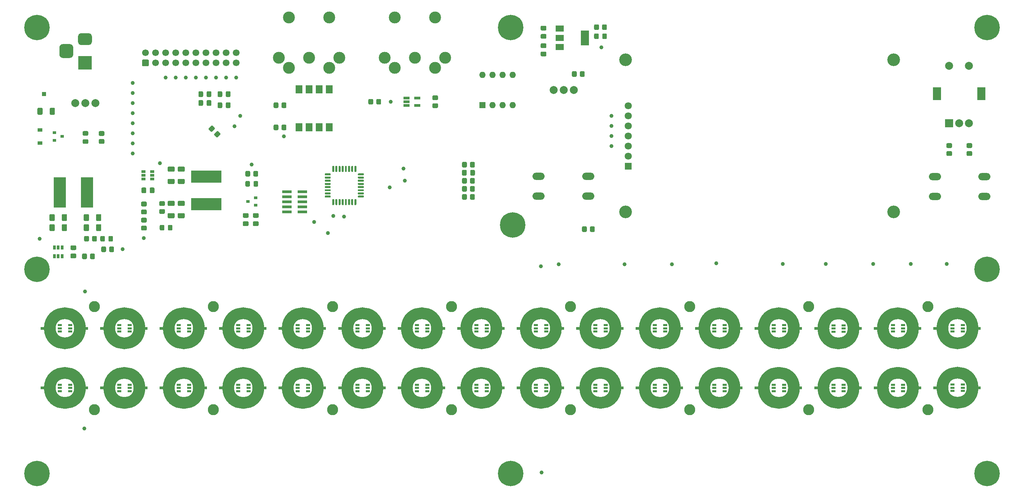
<source format=gbr>
%TF.GenerationSoftware,KiCad,Pcbnew,(5.1.8-0-10_14)*%
%TF.CreationDate,2021-06-09T19:28:07+01:00*%
%TF.ProjectId,BassStation_Sequencer_MidiInterface,42617373-5374-4617-9469-6f6e5f536571,A*%
%TF.SameCoordinates,Original*%
%TF.FileFunction,Soldermask,Top*%
%TF.FilePolarity,Negative*%
%FSLAX46Y46*%
G04 Gerber Fmt 4.6, Leading zero omitted, Abs format (unit mm)*
G04 Created by KiCad (PCBNEW (5.1.8-0-10_14)) date 2021-06-09 19:28:07*
%MOMM*%
%LPD*%
G01*
G04 APERTURE LIST*
%ADD10C,3.000000*%
%ADD11C,1.800000*%
%ADD12C,3.200000*%
%ADD13R,1.800000X1.800000*%
%ADD14R,1.000000X0.500000*%
%ADD15R,1.000000X0.650000*%
%ADD16C,0.800000*%
%ADD17C,6.400000*%
%ADD18C,1.000000*%
%ADD19R,0.900000X0.800000*%
%ADD20R,1.200000X0.900000*%
%ADD21C,2.000000*%
%ADD22O,3.048000X1.850000*%
%ADD23O,1.600000X1.600000*%
%ADD24R,1.600000X1.600000*%
%ADD25C,1.700000*%
%ADD26C,2.800000*%
%ADD27R,1.780000X2.000000*%
%ADD28R,1.560000X0.650000*%
%ADD29R,2.000000X1.500000*%
%ADD30R,2.000000X3.800000*%
%ADD31R,1.060000X0.650000*%
%ADD32R,0.650000X1.060000*%
%ADD33R,1.000000X1.000000*%
%ADD34R,2.000000X2.000000*%
%ADD35R,2.000000X3.200000*%
%ADD36R,7.700000X3.100000*%
%ADD37R,3.100000X7.700000*%
%ADD38R,2.400000X0.740000*%
%ADD39R,3.500000X3.500000*%
%ADD40C,3.000000*%
G04 APERTURE END LIST*
D10*
%TO.C,U16*%
X322112800Y-191109600D02*
G75*
G03*
X322112800Y-191109600I-3800000J0D01*
G01*
%TO.C,U15*%
X307101400Y-191135000D02*
G75*
G03*
X307101400Y-191135000I-3800000J0D01*
G01*
%TO.C,U32*%
X322112800Y-176123600D02*
G75*
G03*
X322112800Y-176123600I-3800000J0D01*
G01*
%TO.C,U31*%
X307101400Y-176123600D02*
G75*
G03*
X307101400Y-176123600I-3800000J0D01*
G01*
%TO.C,U30*%
X292115400Y-176149000D02*
G75*
G03*
X292115400Y-176149000I-3800000J0D01*
G01*
%TO.C,U14*%
X292115400Y-191135000D02*
G75*
G03*
X292115400Y-191135000I-3800000J0D01*
G01*
%TO.C,U13*%
X277104000Y-191135000D02*
G75*
G03*
X277104000Y-191135000I-3800000J0D01*
G01*
%TO.C,U29*%
X277104000Y-176123600D02*
G75*
G03*
X277104000Y-176123600I-3800000J0D01*
G01*
%TO.C,U12*%
X262118000Y-191135000D02*
G75*
G03*
X262118000Y-191135000I-3800000J0D01*
G01*
%TO.C,U28*%
X262118000Y-176123600D02*
G75*
G03*
X262118000Y-176123600I-3800000J0D01*
G01*
%TO.C,U27*%
X247106600Y-176123600D02*
G75*
G03*
X247106600Y-176123600I-3800000J0D01*
G01*
%TO.C,U11*%
X247106600Y-191135000D02*
G75*
G03*
X247106600Y-191135000I-3800000J0D01*
G01*
%TO.C,U10*%
X232120600Y-191135000D02*
G75*
G03*
X232120600Y-191135000I-3800000J0D01*
G01*
%TO.C,U26*%
X232120600Y-176123600D02*
G75*
G03*
X232120600Y-176123600I-3800000J0D01*
G01*
%TO.C,U9*%
X217109200Y-191135000D02*
G75*
G03*
X217109200Y-191135000I-3800000J0D01*
G01*
%TO.C,U25*%
X217109200Y-176123600D02*
G75*
G03*
X217109200Y-176123600I-3800000J0D01*
G01*
%TO.C,U24*%
X202123200Y-176123600D02*
G75*
G03*
X202123200Y-176123600I-3800000J0D01*
G01*
%TO.C,U8*%
X202123200Y-191160400D02*
G75*
G03*
X202123200Y-191160400I-3800000J0D01*
G01*
%TO.C,U7*%
X187137200Y-191160400D02*
G75*
G03*
X187137200Y-191160400I-3800000J0D01*
G01*
%TO.C,U23*%
X187137200Y-176123600D02*
G75*
G03*
X187137200Y-176123600I-3800000J0D01*
G01*
%TO.C,U6*%
X172151200Y-191160400D02*
G75*
G03*
X172151200Y-191160400I-3800000J0D01*
G01*
%TO.C,U22*%
X172151200Y-176123600D02*
G75*
G03*
X172151200Y-176123600I-3800000J0D01*
G01*
%TO.C,U21*%
X157114400Y-176123600D02*
G75*
G03*
X157114400Y-176123600I-3800000J0D01*
G01*
%TO.C,U5*%
X157114400Y-191160400D02*
G75*
G03*
X157114400Y-191160400I-3800000J0D01*
G01*
%TO.C,U4*%
X142128400Y-191160400D02*
G75*
G03*
X142128400Y-191160400I-3800000J0D01*
G01*
%TO.C,U20*%
X142128400Y-176123600D02*
G75*
G03*
X142128400Y-176123600I-3800000J0D01*
G01*
%TO.C,U19*%
X127142400Y-176123600D02*
G75*
G03*
X127142400Y-176123600I-3800000J0D01*
G01*
%TO.C,U3*%
X127142400Y-191160400D02*
G75*
G03*
X127142400Y-191160400I-3800000J0D01*
G01*
%TO.C,U2*%
X112156400Y-191160400D02*
G75*
G03*
X112156400Y-191160400I-3800000J0D01*
G01*
%TO.C,U18*%
X112156400Y-176123600D02*
G75*
G03*
X112156400Y-176123600I-3800000J0D01*
G01*
%TO.C,U1*%
X97170400Y-191160400D02*
G75*
G03*
X97170400Y-191160400I-3800000J0D01*
G01*
%TO.C,U17*%
X97170400Y-176123600D02*
G75*
G03*
X97170400Y-176123600I-3800000J0D01*
G01*
%TD*%
D11*
%TO.C,J8*%
X235331000Y-120015000D03*
X235331000Y-122555000D03*
D12*
X302260000Y-108458000D03*
X302260000Y-146812000D03*
X234696000Y-146748500D03*
X234696000Y-108458000D03*
D13*
X235331000Y-135255000D03*
D11*
X235331000Y-132715000D03*
X235331000Y-130175000D03*
X235331000Y-127635000D03*
X235331000Y-125095000D03*
%TD*%
D14*
%TO.C,U16*%
X319646300Y-191935100D03*
X319646300Y-191135000D03*
X319646300Y-190334900D03*
X317042800Y-191935100D03*
X317042800Y-191135000D03*
X317042800Y-190334900D03*
D15*
X312724800Y-191109600D03*
X323646800Y-191109600D03*
%TD*%
D14*
%TO.C,U15*%
X304634900Y-191960500D03*
X304634900Y-191160400D03*
X304634900Y-190360300D03*
X302031400Y-191960500D03*
X302031400Y-191160400D03*
X302031400Y-190360300D03*
D15*
X297713400Y-191135000D03*
X308635400Y-191135000D03*
%TD*%
D14*
%TO.C,U32*%
X319646300Y-176949100D03*
X319646300Y-176149000D03*
X319646300Y-175348900D03*
X317042800Y-176949100D03*
X317042800Y-176149000D03*
X317042800Y-175348900D03*
D15*
X312724800Y-176123600D03*
X323646800Y-176123600D03*
%TD*%
D14*
%TO.C,U31*%
X304634900Y-176949100D03*
X304634900Y-176149000D03*
X304634900Y-175348900D03*
X302031400Y-176949100D03*
X302031400Y-176149000D03*
X302031400Y-175348900D03*
D15*
X297713400Y-176123600D03*
X308635400Y-176123600D03*
%TD*%
D14*
%TO.C,U30*%
X289648900Y-176974500D03*
X289648900Y-176174400D03*
X289648900Y-175374300D03*
X287045400Y-176974500D03*
X287045400Y-176174400D03*
X287045400Y-175374300D03*
D15*
X282727400Y-176149000D03*
X293649400Y-176149000D03*
%TD*%
D14*
%TO.C,U14*%
X289648900Y-191960500D03*
X289648900Y-191160400D03*
X289648900Y-190360300D03*
X287045400Y-191960500D03*
X287045400Y-191160400D03*
X287045400Y-190360300D03*
D15*
X282727400Y-191135000D03*
X293649400Y-191135000D03*
%TD*%
D14*
%TO.C,U13*%
X274637500Y-191960500D03*
X274637500Y-191160400D03*
X274637500Y-190360300D03*
X272034000Y-191960500D03*
X272034000Y-191160400D03*
X272034000Y-190360300D03*
D15*
X267716000Y-191135000D03*
X278638000Y-191135000D03*
%TD*%
D14*
%TO.C,U29*%
X274637500Y-176949100D03*
X274637500Y-176149000D03*
X274637500Y-175348900D03*
X272034000Y-176949100D03*
X272034000Y-176149000D03*
X272034000Y-175348900D03*
D15*
X267716000Y-176123600D03*
X278638000Y-176123600D03*
%TD*%
D14*
%TO.C,U12*%
X259651500Y-191960500D03*
X259651500Y-191160400D03*
X259651500Y-190360300D03*
X257048000Y-191960500D03*
X257048000Y-191160400D03*
X257048000Y-190360300D03*
D15*
X252730000Y-191135000D03*
X263652000Y-191135000D03*
%TD*%
D14*
%TO.C,U28*%
X259651500Y-176949100D03*
X259651500Y-176149000D03*
X259651500Y-175348900D03*
X257048000Y-176949100D03*
X257048000Y-176149000D03*
X257048000Y-175348900D03*
D15*
X252730000Y-176123600D03*
X263652000Y-176123600D03*
%TD*%
D14*
%TO.C,U27*%
X244640100Y-176949100D03*
X244640100Y-176149000D03*
X244640100Y-175348900D03*
X242036600Y-176949100D03*
X242036600Y-176149000D03*
X242036600Y-175348900D03*
D15*
X237718600Y-176123600D03*
X248640600Y-176123600D03*
%TD*%
D14*
%TO.C,U11*%
X244640100Y-191960500D03*
X244640100Y-191160400D03*
X244640100Y-190360300D03*
X242036600Y-191960500D03*
X242036600Y-191160400D03*
X242036600Y-190360300D03*
D15*
X237718600Y-191135000D03*
X248640600Y-191135000D03*
%TD*%
D14*
%TO.C,U10*%
X229654100Y-191960500D03*
X229654100Y-191160400D03*
X229654100Y-190360300D03*
X227050600Y-191960500D03*
X227050600Y-191160400D03*
X227050600Y-190360300D03*
D15*
X222732600Y-191135000D03*
X233654600Y-191135000D03*
%TD*%
D14*
%TO.C,U26*%
X229654100Y-176949100D03*
X229654100Y-176149000D03*
X229654100Y-175348900D03*
X227050600Y-176949100D03*
X227050600Y-176149000D03*
X227050600Y-175348900D03*
D15*
X222732600Y-176123600D03*
X233654600Y-176123600D03*
%TD*%
D14*
%TO.C,U9*%
X214642700Y-191960500D03*
X214642700Y-191160400D03*
X214642700Y-190360300D03*
X212039200Y-191960500D03*
X212039200Y-191160400D03*
X212039200Y-190360300D03*
D15*
X207721200Y-191135000D03*
X218643200Y-191135000D03*
%TD*%
D14*
%TO.C,U25*%
X214642700Y-176949100D03*
X214642700Y-176149000D03*
X214642700Y-175348900D03*
X212039200Y-176949100D03*
X212039200Y-176149000D03*
X212039200Y-175348900D03*
D15*
X207721200Y-176123600D03*
X218643200Y-176123600D03*
%TD*%
D14*
%TO.C,U24*%
X199656700Y-176949100D03*
X199656700Y-176149000D03*
X199656700Y-175348900D03*
X197053200Y-176949100D03*
X197053200Y-176149000D03*
X197053200Y-175348900D03*
D15*
X192735200Y-176123600D03*
X203657200Y-176123600D03*
%TD*%
D14*
%TO.C,U8*%
X199656700Y-191985900D03*
X199656700Y-191185800D03*
X199656700Y-190385700D03*
X197053200Y-191985900D03*
X197053200Y-191185800D03*
X197053200Y-190385700D03*
D15*
X192735200Y-191160400D03*
X203657200Y-191160400D03*
%TD*%
D14*
%TO.C,U7*%
X184670700Y-191985900D03*
X184670700Y-191185800D03*
X184670700Y-190385700D03*
X182067200Y-191985900D03*
X182067200Y-191185800D03*
X182067200Y-190385700D03*
D15*
X177749200Y-191160400D03*
X188671200Y-191160400D03*
%TD*%
D14*
%TO.C,U23*%
X184670700Y-176949100D03*
X184670700Y-176149000D03*
X184670700Y-175348900D03*
X182067200Y-176949100D03*
X182067200Y-176149000D03*
X182067200Y-175348900D03*
D15*
X177749200Y-176123600D03*
X188671200Y-176123600D03*
%TD*%
D14*
%TO.C,U6*%
X169684700Y-191985900D03*
X169684700Y-191185800D03*
X169684700Y-190385700D03*
X167081200Y-191985900D03*
X167081200Y-191185800D03*
X167081200Y-190385700D03*
D15*
X162763200Y-191160400D03*
X173685200Y-191160400D03*
%TD*%
D14*
%TO.C,U22*%
X169684700Y-176949100D03*
X169684700Y-176149000D03*
X169684700Y-175348900D03*
X167081200Y-176949100D03*
X167081200Y-176149000D03*
X167081200Y-175348900D03*
D15*
X162763200Y-176123600D03*
X173685200Y-176123600D03*
%TD*%
D14*
%TO.C,U21*%
X154647900Y-176949100D03*
X154647900Y-176149000D03*
X154647900Y-175348900D03*
X152044400Y-176949100D03*
X152044400Y-176149000D03*
X152044400Y-175348900D03*
D15*
X147726400Y-176123600D03*
X158648400Y-176123600D03*
%TD*%
D14*
%TO.C,U5*%
X154647900Y-191985900D03*
X154647900Y-191185800D03*
X154647900Y-190385700D03*
X152044400Y-191985900D03*
X152044400Y-191185800D03*
X152044400Y-190385700D03*
D15*
X147726400Y-191160400D03*
X158648400Y-191160400D03*
%TD*%
D14*
%TO.C,U4*%
X139661900Y-191985900D03*
X139661900Y-191185800D03*
X139661900Y-190385700D03*
X137058400Y-191985900D03*
X137058400Y-191185800D03*
X137058400Y-190385700D03*
D15*
X132740400Y-191160400D03*
X143662400Y-191160400D03*
%TD*%
D14*
%TO.C,U20*%
X139661900Y-176949100D03*
X139661900Y-176149000D03*
X139661900Y-175348900D03*
X137058400Y-176949100D03*
X137058400Y-176149000D03*
X137058400Y-175348900D03*
D15*
X132740400Y-176123600D03*
X143662400Y-176123600D03*
%TD*%
D14*
%TO.C,U19*%
X124675900Y-176949100D03*
X124675900Y-176149000D03*
X124675900Y-175348900D03*
X122072400Y-176949100D03*
X122072400Y-176149000D03*
X122072400Y-175348900D03*
D15*
X117754400Y-176123600D03*
X128676400Y-176123600D03*
%TD*%
D14*
%TO.C,U3*%
X124675900Y-191985900D03*
X124675900Y-191185800D03*
X124675900Y-190385700D03*
X122072400Y-191985900D03*
X122072400Y-191185800D03*
X122072400Y-190385700D03*
D15*
X117754400Y-191160400D03*
X128676400Y-191160400D03*
%TD*%
D14*
%TO.C,U2*%
X109689900Y-191985900D03*
X109689900Y-191185800D03*
X109689900Y-190385700D03*
X107086400Y-191985900D03*
X107086400Y-191185800D03*
X107086400Y-190385700D03*
D15*
X102768400Y-191160400D03*
X113690400Y-191160400D03*
%TD*%
D14*
%TO.C,U18*%
X109689900Y-176949100D03*
X109689900Y-176149000D03*
X109689900Y-175348900D03*
X107086400Y-176949100D03*
X107086400Y-176149000D03*
X107086400Y-175348900D03*
D15*
X102768400Y-176123600D03*
X113690400Y-176123600D03*
%TD*%
D14*
%TO.C,U1*%
X94703900Y-191985900D03*
X94703900Y-191185800D03*
X94703900Y-190385700D03*
X92100400Y-191985900D03*
X92100400Y-191185800D03*
X92100400Y-190385700D03*
D15*
X87782400Y-191160400D03*
X98704400Y-191160400D03*
%TD*%
D14*
%TO.C,U17*%
X94703900Y-176949100D03*
X94703900Y-176149000D03*
X94703900Y-175348900D03*
X92100400Y-176949100D03*
X92100400Y-176149000D03*
X92100400Y-175348900D03*
D15*
X87782400Y-176123600D03*
X98704400Y-176123600D03*
%TD*%
%TO.C,R5*%
G36*
G01*
X87746000Y-120787000D02*
X87746000Y-122037000D01*
G75*
G02*
X87496000Y-122287000I-250000J0D01*
G01*
X86696000Y-122287000D01*
G75*
G02*
X86446000Y-122037000I0J250000D01*
G01*
X86446000Y-120787000D01*
G75*
G02*
X86696000Y-120537000I250000J0D01*
G01*
X87496000Y-120537000D01*
G75*
G02*
X87746000Y-120787000I0J-250000D01*
G01*
G37*
G36*
G01*
X90846000Y-120787000D02*
X90846000Y-122037000D01*
G75*
G02*
X90596000Y-122287000I-250000J0D01*
G01*
X89796000Y-122287000D01*
G75*
G02*
X89546000Y-122037000I0J250000D01*
G01*
X89546000Y-120787000D01*
G75*
G02*
X89796000Y-120537000I250000J0D01*
G01*
X90596000Y-120537000D01*
G75*
G02*
X90846000Y-120787000I0J-250000D01*
G01*
G37*
%TD*%
D16*
%TO.C,REF\u002A\u002A*%
X327452056Y-159592944D03*
X325755000Y-158890000D03*
X324057944Y-159592944D03*
X323355000Y-161290000D03*
X324057944Y-162987056D03*
X325755000Y-163690000D03*
X327452056Y-162987056D03*
X328155000Y-161290000D03*
D17*
X325755000Y-161290000D03*
%TD*%
D16*
%TO.C,REF\u002A\u002A*%
X88057056Y-159592944D03*
X86360000Y-158890000D03*
X84662944Y-159592944D03*
X83960000Y-161290000D03*
X84662944Y-162987056D03*
X86360000Y-163690000D03*
X88057056Y-162987056D03*
X88760000Y-161290000D03*
D17*
X86360000Y-161290000D03*
%TD*%
%TO.C,R13*%
G36*
G01*
X102165999Y-128416000D02*
X103066001Y-128416000D01*
G75*
G02*
X103316000Y-128665999I0J-249999D01*
G01*
X103316000Y-129366001D01*
G75*
G02*
X103066001Y-129616000I-249999J0D01*
G01*
X102165999Y-129616000D01*
G75*
G02*
X101916000Y-129366001I0J249999D01*
G01*
X101916000Y-128665999D01*
G75*
G02*
X102165999Y-128416000I249999J0D01*
G01*
G37*
G36*
G01*
X102165999Y-126416000D02*
X103066001Y-126416000D01*
G75*
G02*
X103316000Y-126665999I0J-249999D01*
G01*
X103316000Y-127366001D01*
G75*
G02*
X103066001Y-127616000I-249999J0D01*
G01*
X102165999Y-127616000D01*
G75*
G02*
X101916000Y-127366001I0J249999D01*
G01*
X101916000Y-126665999D01*
G75*
G02*
X102165999Y-126416000I249999J0D01*
G01*
G37*
%TD*%
%TO.C,D7*%
G36*
G01*
X98101999Y-128466000D02*
X99002001Y-128466000D01*
G75*
G02*
X99252000Y-128715999I0J-249999D01*
G01*
X99252000Y-129366001D01*
G75*
G02*
X99002001Y-129616000I-249999J0D01*
G01*
X98101999Y-129616000D01*
G75*
G02*
X97852000Y-129366001I0J249999D01*
G01*
X97852000Y-128715999D01*
G75*
G02*
X98101999Y-128466000I249999J0D01*
G01*
G37*
G36*
G01*
X98101999Y-126416000D02*
X99002001Y-126416000D01*
G75*
G02*
X99252000Y-126665999I0J-249999D01*
G01*
X99252000Y-127316001D01*
G75*
G02*
X99002001Y-127566000I-249999J0D01*
G01*
X98101999Y-127566000D01*
G75*
G02*
X97852000Y-127316001I0J249999D01*
G01*
X97852000Y-126665999D01*
G75*
G02*
X98101999Y-126416000I249999J0D01*
G01*
G37*
%TD*%
D18*
%TO.C,TP33*%
X110490000Y-129540000D03*
%TD*%
D19*
%TO.C,Q1*%
X92694000Y-127762000D03*
X90694000Y-128712000D03*
X90694000Y-126812000D03*
%TD*%
D20*
%TO.C,D1*%
X87122000Y-126112000D03*
X87122000Y-129412000D03*
%TD*%
D21*
%TO.C,SW3*%
X96012000Y-119380000D03*
X101092000Y-119380000D03*
X98552000Y-119380000D03*
%TD*%
D18*
%TO.C,TP49*%
X118745000Y-112903000D03*
%TD*%
%TO.C,TP48*%
X121285000Y-112903000D03*
%TD*%
%TO.C,TP47*%
X123825000Y-112903000D03*
%TD*%
%TO.C,TP46*%
X126365000Y-112903000D03*
%TD*%
%TO.C,TP45*%
X128905000Y-112903000D03*
%TD*%
%TO.C,TP44*%
X131445000Y-112903000D03*
%TD*%
%TO.C,TP43*%
X133985000Y-112903000D03*
%TD*%
%TO.C,TP42*%
X136144000Y-125222000D03*
%TD*%
%TO.C,TP41*%
X136525000Y-112903000D03*
%TD*%
%TO.C,TP40*%
X137541000Y-122555000D03*
%TD*%
%TO.C,TP39*%
X110490000Y-114300000D03*
%TD*%
%TO.C,TP38*%
X110490000Y-116840000D03*
%TD*%
%TO.C,TP37*%
X110490000Y-119380000D03*
%TD*%
%TO.C,TP36*%
X110490000Y-121920000D03*
%TD*%
%TO.C,TP35*%
X110490000Y-124460000D03*
%TD*%
%TO.C,TP34*%
X110490000Y-127000000D03*
%TD*%
%TO.C,TP32*%
X110490000Y-132080000D03*
%TD*%
%TO.C,TP31*%
X297053000Y-159893000D03*
%TD*%
%TO.C,TP30*%
X285115000Y-159893000D03*
%TD*%
%TO.C,TP29*%
X274320000Y-159893000D03*
%TD*%
%TO.C,TP28*%
X257556000Y-159766000D03*
%TD*%
%TO.C,TP27*%
X246380000Y-160020000D03*
%TD*%
%TO.C,TP26*%
X234442000Y-160020000D03*
%TD*%
%TO.C,TP25*%
X217805000Y-160020000D03*
%TD*%
%TO.C,TP24*%
X213360000Y-160528000D03*
%TD*%
%TO.C,TP23*%
X175260000Y-140589000D03*
%TD*%
%TO.C,TP22*%
X179070000Y-138938000D03*
%TD*%
%TO.C,TP21*%
X178689000Y-135890000D03*
%TD*%
%TO.C,TP20*%
X306578000Y-159893000D03*
%TD*%
%TO.C,TP19*%
X98425000Y-166878000D03*
%TD*%
%TO.C,TP18*%
X315595000Y-159893000D03*
%TD*%
%TO.C,TP17*%
X98298000Y-201422000D03*
%TD*%
%TO.C,TP16*%
X213487000Y-212471000D03*
%TD*%
%TO.C,TP15*%
X161036000Y-147828000D03*
%TD*%
%TO.C,TP13*%
X156210000Y-149352000D03*
%TD*%
%TO.C,TP11*%
X163703000Y-147955000D03*
%TD*%
%TO.C,TP10*%
X159639000Y-152146000D03*
%TD*%
D16*
%TO.C,REF\u002A\u002A*%
X207945056Y-148416944D03*
X206248000Y-147714000D03*
X204550944Y-148416944D03*
X203848000Y-150114000D03*
X204550944Y-151811056D03*
X206248000Y-152514000D03*
X207945056Y-151811056D03*
X208648000Y-150114000D03*
D17*
X206248000Y-150114000D03*
%TD*%
%TO.C,REF\u002A\u002A*%
X205740000Y-212725000D03*
D16*
X208140000Y-212725000D03*
X207437056Y-214422056D03*
X205740000Y-215125000D03*
X204042944Y-214422056D03*
X203340000Y-212725000D03*
X204042944Y-211027944D03*
X205740000Y-210325000D03*
X207437056Y-211027944D03*
%TD*%
%TO.C,R2*%
G36*
G01*
X187140001Y-118599000D02*
X186239999Y-118599000D01*
G75*
G02*
X185990000Y-118349001I0J249999D01*
G01*
X185990000Y-117648999D01*
G75*
G02*
X186239999Y-117399000I249999J0D01*
G01*
X187140001Y-117399000D01*
G75*
G02*
X187390000Y-117648999I0J-249999D01*
G01*
X187390000Y-118349001D01*
G75*
G02*
X187140001Y-118599000I-249999J0D01*
G01*
G37*
G36*
G01*
X187140001Y-120599000D02*
X186239999Y-120599000D01*
G75*
G02*
X185990000Y-120349001I0J249999D01*
G01*
X185990000Y-119648999D01*
G75*
G02*
X186239999Y-119399000I249999J0D01*
G01*
X187140001Y-119399000D01*
G75*
G02*
X187390000Y-119648999I0J-249999D01*
G01*
X187390000Y-120349001D01*
G75*
G02*
X187140001Y-120599000I-249999J0D01*
G01*
G37*
%TD*%
D17*
%TO.C,REF\u002A\u002A*%
X86360000Y-100330000D03*
D16*
X88760000Y-100330000D03*
X88057056Y-102027056D03*
X86360000Y-102730000D03*
X84662944Y-102027056D03*
X83960000Y-100330000D03*
X84662944Y-98632944D03*
X86360000Y-97930000D03*
X88057056Y-98632944D03*
%TD*%
D17*
%TO.C,REF\u002A\u002A*%
X205740000Y-100330000D03*
D16*
X208140000Y-100330000D03*
X207437056Y-102027056D03*
X205740000Y-102730000D03*
X204042944Y-102027056D03*
X203340000Y-100330000D03*
X204042944Y-98632944D03*
X205740000Y-97930000D03*
X207437056Y-98632944D03*
%TD*%
D17*
%TO.C,REF\u002A\u002A*%
X86360000Y-212725000D03*
D16*
X88760000Y-212725000D03*
X88057056Y-214422056D03*
X86360000Y-215125000D03*
X84662944Y-214422056D03*
X83960000Y-212725000D03*
X84662944Y-211027944D03*
X86360000Y-210325000D03*
X88057056Y-211027944D03*
%TD*%
%TO.C,REF\u002A\u002A*%
X327452056Y-211027944D03*
X325755000Y-210325000D03*
X324057944Y-211027944D03*
X323355000Y-212725000D03*
X324057944Y-214422056D03*
X325755000Y-215125000D03*
X327452056Y-214422056D03*
X328155000Y-212725000D03*
D17*
X325755000Y-212725000D03*
%TD*%
D16*
%TO.C,REF\u002A\u002A*%
X327452056Y-98632944D03*
X325755000Y-97930000D03*
X324057944Y-98632944D03*
X323355000Y-100330000D03*
X324057944Y-102027056D03*
X325755000Y-102730000D03*
X327452056Y-102027056D03*
X328155000Y-100330000D03*
D17*
X325755000Y-100330000D03*
%TD*%
D22*
%TO.C,SW5*%
X212725000Y-142795000D03*
X212725000Y-137795000D03*
X225225000Y-142795000D03*
X225225000Y-137795000D03*
%TD*%
D23*
%TO.C,SW4*%
X198628000Y-112268000D03*
X206248000Y-119888000D03*
X201168000Y-112268000D03*
X203708000Y-119888000D03*
X203708000Y-112268000D03*
X201168000Y-119888000D03*
X206248000Y-112268000D03*
D24*
X198628000Y-119888000D03*
%TD*%
D21*
%TO.C,SW2*%
X216535000Y-116078000D03*
X221615000Y-116078000D03*
X219075000Y-116078000D03*
%TD*%
%TO.C,R30*%
G36*
G01*
X223158000Y-112464001D02*
X223158000Y-111563999D01*
G75*
G02*
X223407999Y-111314000I249999J0D01*
G01*
X224108001Y-111314000D01*
G75*
G02*
X224358000Y-111563999I0J-249999D01*
G01*
X224358000Y-112464001D01*
G75*
G02*
X224108001Y-112714000I-249999J0D01*
G01*
X223407999Y-112714000D01*
G75*
G02*
X223158000Y-112464001I0J249999D01*
G01*
G37*
G36*
G01*
X221158000Y-112464001D02*
X221158000Y-111563999D01*
G75*
G02*
X221407999Y-111314000I249999J0D01*
G01*
X222108001Y-111314000D01*
G75*
G02*
X222358000Y-111563999I0J-249999D01*
G01*
X222358000Y-112464001D01*
G75*
G02*
X222108001Y-112714000I-249999J0D01*
G01*
X221407999Y-112714000D01*
G75*
G02*
X221158000Y-112464001I0J249999D01*
G01*
G37*
%TD*%
%TO.C,R20*%
G36*
G01*
X224898000Y-150679999D02*
X224898000Y-151580001D01*
G75*
G02*
X224648001Y-151830000I-249999J0D01*
G01*
X223947999Y-151830000D01*
G75*
G02*
X223698000Y-151580001I0J249999D01*
G01*
X223698000Y-150679999D01*
G75*
G02*
X223947999Y-150430000I249999J0D01*
G01*
X224648001Y-150430000D01*
G75*
G02*
X224898000Y-150679999I0J-249999D01*
G01*
G37*
G36*
G01*
X226898000Y-150679999D02*
X226898000Y-151580001D01*
G75*
G02*
X226648001Y-151830000I-249999J0D01*
G01*
X225947999Y-151830000D01*
G75*
G02*
X225698000Y-151580001I0J249999D01*
G01*
X225698000Y-150679999D01*
G75*
G02*
X225947999Y-150430000I249999J0D01*
G01*
X226648001Y-150430000D01*
G75*
G02*
X226898000Y-150679999I0J-249999D01*
G01*
G37*
%TD*%
D22*
%TO.C,SW7*%
X325120000Y-137875000D03*
X325120000Y-142875000D03*
X312620000Y-137875000D03*
X312620000Y-142875000D03*
%TD*%
D25*
%TO.C,J4*%
X136525000Y-106680000D03*
X133985000Y-106680000D03*
X131445000Y-106680000D03*
X128905000Y-106680000D03*
X126365000Y-106680000D03*
X123825000Y-106680000D03*
X121285000Y-106680000D03*
X118745000Y-106680000D03*
X116205000Y-106680000D03*
X113665000Y-106680000D03*
X136525000Y-109220000D03*
X133985000Y-109220000D03*
X131445000Y-109220000D03*
X128905000Y-109220000D03*
X126365000Y-109220000D03*
X123825000Y-109220000D03*
X121285000Y-109220000D03*
X118745000Y-109220000D03*
X116205000Y-109220000D03*
G36*
G01*
X114265000Y-110070000D02*
X113065000Y-110070000D01*
G75*
G02*
X112815000Y-109820000I0J250000D01*
G01*
X112815000Y-108620000D01*
G75*
G02*
X113065000Y-108370000I250000J0D01*
G01*
X114265000Y-108370000D01*
G75*
G02*
X114515000Y-108620000I0J-250000D01*
G01*
X114515000Y-109820000D01*
G75*
G02*
X114265000Y-110070000I-250000J0D01*
G01*
G37*
%TD*%
D26*
%TO.C,REF\u002A\u002A*%
X310845200Y-196621400D03*
%TD*%
%TO.C,REF\u002A\u002A*%
X280809700Y-196621400D03*
%TD*%
%TO.C,REF\u002A\u002A*%
X250837700Y-196621400D03*
%TD*%
%TO.C,REF\u002A\u002A*%
X220802200Y-196621400D03*
%TD*%
%TO.C,REF\u002A\u002A*%
X190830200Y-196621400D03*
%TD*%
%TO.C,REF\u002A\u002A*%
X160845500Y-196659500D03*
%TD*%
%TO.C,REF\u002A\u002A*%
X130810000Y-196659500D03*
%TD*%
%TO.C,REF\u002A\u002A*%
X100838000Y-196659500D03*
%TD*%
%TO.C,REF\u002A\u002A*%
X100838000Y-170624500D03*
%TD*%
%TO.C,REF\u002A\u002A*%
X130810000Y-170624500D03*
%TD*%
%TO.C,REF\u002A\u002A*%
X160845500Y-170624500D03*
%TD*%
%TO.C,REF\u002A\u002A*%
X190817500Y-170624500D03*
%TD*%
%TO.C,REF\u002A\u002A*%
X220789500Y-170624500D03*
%TD*%
%TO.C,REF\u002A\u002A*%
X250825000Y-170624500D03*
%TD*%
%TO.C,REF\u002A\u002A*%
X280797000Y-170624500D03*
%TD*%
%TO.C,REF\u002A\u002A*%
X310832500Y-170624500D03*
%TD*%
D27*
%TO.C,U43*%
X160020000Y-125415000D03*
X152400000Y-115885000D03*
X157480000Y-125415000D03*
X154940000Y-115885000D03*
X154940000Y-125415000D03*
X157480000Y-115885000D03*
X152400000Y-125415000D03*
X160020000Y-115885000D03*
%TD*%
D28*
%TO.C,U42*%
X182198000Y-118049000D03*
X182198000Y-119949000D03*
X179498000Y-119949000D03*
X179498000Y-118999000D03*
X179498000Y-118049000D03*
%TD*%
D29*
%TO.C,U41*%
X218110800Y-100588600D03*
X218110800Y-105188600D03*
X218110800Y-102888600D03*
D30*
X224410800Y-102888600D03*
%TD*%
D19*
%TO.C,U40*%
X139462000Y-144145000D03*
X141462000Y-143195000D03*
X141462000Y-145095000D03*
%TD*%
D31*
%TO.C,U39*%
X115400000Y-138491000D03*
X115400000Y-137541000D03*
X115400000Y-136591000D03*
X113200000Y-136591000D03*
X113200000Y-138491000D03*
X113200000Y-137541000D03*
%TD*%
D32*
%TO.C,U38*%
X91694000Y-157945000D03*
X92644000Y-157945000D03*
X90744000Y-157945000D03*
X90744000Y-155745000D03*
X91694000Y-155745000D03*
X92644000Y-155745000D03*
%TD*%
%TO.C,U33*%
G36*
G01*
X160232600Y-143170200D02*
X158982600Y-143170200D01*
G75*
G02*
X158857600Y-143045200I0J125000D01*
G01*
X158857600Y-142795200D01*
G75*
G02*
X158982600Y-142670200I125000J0D01*
G01*
X160232600Y-142670200D01*
G75*
G02*
X160357600Y-142795200I0J-125000D01*
G01*
X160357600Y-143045200D01*
G75*
G02*
X160232600Y-143170200I-125000J0D01*
G01*
G37*
G36*
G01*
X160232600Y-142370200D02*
X158982600Y-142370200D01*
G75*
G02*
X158857600Y-142245200I0J125000D01*
G01*
X158857600Y-141995200D01*
G75*
G02*
X158982600Y-141870200I125000J0D01*
G01*
X160232600Y-141870200D01*
G75*
G02*
X160357600Y-141995200I0J-125000D01*
G01*
X160357600Y-142245200D01*
G75*
G02*
X160232600Y-142370200I-125000J0D01*
G01*
G37*
G36*
G01*
X160232600Y-141570200D02*
X158982600Y-141570200D01*
G75*
G02*
X158857600Y-141445200I0J125000D01*
G01*
X158857600Y-141195200D01*
G75*
G02*
X158982600Y-141070200I125000J0D01*
G01*
X160232600Y-141070200D01*
G75*
G02*
X160357600Y-141195200I0J-125000D01*
G01*
X160357600Y-141445200D01*
G75*
G02*
X160232600Y-141570200I-125000J0D01*
G01*
G37*
G36*
G01*
X160232600Y-140770200D02*
X158982600Y-140770200D01*
G75*
G02*
X158857600Y-140645200I0J125000D01*
G01*
X158857600Y-140395200D01*
G75*
G02*
X158982600Y-140270200I125000J0D01*
G01*
X160232600Y-140270200D01*
G75*
G02*
X160357600Y-140395200I0J-125000D01*
G01*
X160357600Y-140645200D01*
G75*
G02*
X160232600Y-140770200I-125000J0D01*
G01*
G37*
G36*
G01*
X160232600Y-139970200D02*
X158982600Y-139970200D01*
G75*
G02*
X158857600Y-139845200I0J125000D01*
G01*
X158857600Y-139595200D01*
G75*
G02*
X158982600Y-139470200I125000J0D01*
G01*
X160232600Y-139470200D01*
G75*
G02*
X160357600Y-139595200I0J-125000D01*
G01*
X160357600Y-139845200D01*
G75*
G02*
X160232600Y-139970200I-125000J0D01*
G01*
G37*
G36*
G01*
X160232600Y-139170200D02*
X158982600Y-139170200D01*
G75*
G02*
X158857600Y-139045200I0J125000D01*
G01*
X158857600Y-138795200D01*
G75*
G02*
X158982600Y-138670200I125000J0D01*
G01*
X160232600Y-138670200D01*
G75*
G02*
X160357600Y-138795200I0J-125000D01*
G01*
X160357600Y-139045200D01*
G75*
G02*
X160232600Y-139170200I-125000J0D01*
G01*
G37*
G36*
G01*
X160232600Y-138370200D02*
X158982600Y-138370200D01*
G75*
G02*
X158857600Y-138245200I0J125000D01*
G01*
X158857600Y-137995200D01*
G75*
G02*
X158982600Y-137870200I125000J0D01*
G01*
X160232600Y-137870200D01*
G75*
G02*
X160357600Y-137995200I0J-125000D01*
G01*
X160357600Y-138245200D01*
G75*
G02*
X160232600Y-138370200I-125000J0D01*
G01*
G37*
G36*
G01*
X160232600Y-137570200D02*
X158982600Y-137570200D01*
G75*
G02*
X158857600Y-137445200I0J125000D01*
G01*
X158857600Y-137195200D01*
G75*
G02*
X158982600Y-137070200I125000J0D01*
G01*
X160232600Y-137070200D01*
G75*
G02*
X160357600Y-137195200I0J-125000D01*
G01*
X160357600Y-137445200D01*
G75*
G02*
X160232600Y-137570200I-125000J0D01*
G01*
G37*
G36*
G01*
X161107600Y-136695200D02*
X160857600Y-136695200D01*
G75*
G02*
X160732600Y-136570200I0J125000D01*
G01*
X160732600Y-135320200D01*
G75*
G02*
X160857600Y-135195200I125000J0D01*
G01*
X161107600Y-135195200D01*
G75*
G02*
X161232600Y-135320200I0J-125000D01*
G01*
X161232600Y-136570200D01*
G75*
G02*
X161107600Y-136695200I-125000J0D01*
G01*
G37*
G36*
G01*
X161907600Y-136695200D02*
X161657600Y-136695200D01*
G75*
G02*
X161532600Y-136570200I0J125000D01*
G01*
X161532600Y-135320200D01*
G75*
G02*
X161657600Y-135195200I125000J0D01*
G01*
X161907600Y-135195200D01*
G75*
G02*
X162032600Y-135320200I0J-125000D01*
G01*
X162032600Y-136570200D01*
G75*
G02*
X161907600Y-136695200I-125000J0D01*
G01*
G37*
G36*
G01*
X162707600Y-136695200D02*
X162457600Y-136695200D01*
G75*
G02*
X162332600Y-136570200I0J125000D01*
G01*
X162332600Y-135320200D01*
G75*
G02*
X162457600Y-135195200I125000J0D01*
G01*
X162707600Y-135195200D01*
G75*
G02*
X162832600Y-135320200I0J-125000D01*
G01*
X162832600Y-136570200D01*
G75*
G02*
X162707600Y-136695200I-125000J0D01*
G01*
G37*
G36*
G01*
X163507600Y-136695200D02*
X163257600Y-136695200D01*
G75*
G02*
X163132600Y-136570200I0J125000D01*
G01*
X163132600Y-135320200D01*
G75*
G02*
X163257600Y-135195200I125000J0D01*
G01*
X163507600Y-135195200D01*
G75*
G02*
X163632600Y-135320200I0J-125000D01*
G01*
X163632600Y-136570200D01*
G75*
G02*
X163507600Y-136695200I-125000J0D01*
G01*
G37*
G36*
G01*
X164307600Y-136695200D02*
X164057600Y-136695200D01*
G75*
G02*
X163932600Y-136570200I0J125000D01*
G01*
X163932600Y-135320200D01*
G75*
G02*
X164057600Y-135195200I125000J0D01*
G01*
X164307600Y-135195200D01*
G75*
G02*
X164432600Y-135320200I0J-125000D01*
G01*
X164432600Y-136570200D01*
G75*
G02*
X164307600Y-136695200I-125000J0D01*
G01*
G37*
G36*
G01*
X165107600Y-136695200D02*
X164857600Y-136695200D01*
G75*
G02*
X164732600Y-136570200I0J125000D01*
G01*
X164732600Y-135320200D01*
G75*
G02*
X164857600Y-135195200I125000J0D01*
G01*
X165107600Y-135195200D01*
G75*
G02*
X165232600Y-135320200I0J-125000D01*
G01*
X165232600Y-136570200D01*
G75*
G02*
X165107600Y-136695200I-125000J0D01*
G01*
G37*
G36*
G01*
X165907600Y-136695200D02*
X165657600Y-136695200D01*
G75*
G02*
X165532600Y-136570200I0J125000D01*
G01*
X165532600Y-135320200D01*
G75*
G02*
X165657600Y-135195200I125000J0D01*
G01*
X165907600Y-135195200D01*
G75*
G02*
X166032600Y-135320200I0J-125000D01*
G01*
X166032600Y-136570200D01*
G75*
G02*
X165907600Y-136695200I-125000J0D01*
G01*
G37*
G36*
G01*
X166707600Y-136695200D02*
X166457600Y-136695200D01*
G75*
G02*
X166332600Y-136570200I0J125000D01*
G01*
X166332600Y-135320200D01*
G75*
G02*
X166457600Y-135195200I125000J0D01*
G01*
X166707600Y-135195200D01*
G75*
G02*
X166832600Y-135320200I0J-125000D01*
G01*
X166832600Y-136570200D01*
G75*
G02*
X166707600Y-136695200I-125000J0D01*
G01*
G37*
G36*
G01*
X168582600Y-137570200D02*
X167332600Y-137570200D01*
G75*
G02*
X167207600Y-137445200I0J125000D01*
G01*
X167207600Y-137195200D01*
G75*
G02*
X167332600Y-137070200I125000J0D01*
G01*
X168582600Y-137070200D01*
G75*
G02*
X168707600Y-137195200I0J-125000D01*
G01*
X168707600Y-137445200D01*
G75*
G02*
X168582600Y-137570200I-125000J0D01*
G01*
G37*
G36*
G01*
X168582600Y-138370200D02*
X167332600Y-138370200D01*
G75*
G02*
X167207600Y-138245200I0J125000D01*
G01*
X167207600Y-137995200D01*
G75*
G02*
X167332600Y-137870200I125000J0D01*
G01*
X168582600Y-137870200D01*
G75*
G02*
X168707600Y-137995200I0J-125000D01*
G01*
X168707600Y-138245200D01*
G75*
G02*
X168582600Y-138370200I-125000J0D01*
G01*
G37*
G36*
G01*
X168582600Y-139170200D02*
X167332600Y-139170200D01*
G75*
G02*
X167207600Y-139045200I0J125000D01*
G01*
X167207600Y-138795200D01*
G75*
G02*
X167332600Y-138670200I125000J0D01*
G01*
X168582600Y-138670200D01*
G75*
G02*
X168707600Y-138795200I0J-125000D01*
G01*
X168707600Y-139045200D01*
G75*
G02*
X168582600Y-139170200I-125000J0D01*
G01*
G37*
G36*
G01*
X168582600Y-139970200D02*
X167332600Y-139970200D01*
G75*
G02*
X167207600Y-139845200I0J125000D01*
G01*
X167207600Y-139595200D01*
G75*
G02*
X167332600Y-139470200I125000J0D01*
G01*
X168582600Y-139470200D01*
G75*
G02*
X168707600Y-139595200I0J-125000D01*
G01*
X168707600Y-139845200D01*
G75*
G02*
X168582600Y-139970200I-125000J0D01*
G01*
G37*
G36*
G01*
X168582600Y-140770200D02*
X167332600Y-140770200D01*
G75*
G02*
X167207600Y-140645200I0J125000D01*
G01*
X167207600Y-140395200D01*
G75*
G02*
X167332600Y-140270200I125000J0D01*
G01*
X168582600Y-140270200D01*
G75*
G02*
X168707600Y-140395200I0J-125000D01*
G01*
X168707600Y-140645200D01*
G75*
G02*
X168582600Y-140770200I-125000J0D01*
G01*
G37*
G36*
G01*
X168582600Y-141570200D02*
X167332600Y-141570200D01*
G75*
G02*
X167207600Y-141445200I0J125000D01*
G01*
X167207600Y-141195200D01*
G75*
G02*
X167332600Y-141070200I125000J0D01*
G01*
X168582600Y-141070200D01*
G75*
G02*
X168707600Y-141195200I0J-125000D01*
G01*
X168707600Y-141445200D01*
G75*
G02*
X168582600Y-141570200I-125000J0D01*
G01*
G37*
G36*
G01*
X168582600Y-142370200D02*
X167332600Y-142370200D01*
G75*
G02*
X167207600Y-142245200I0J125000D01*
G01*
X167207600Y-141995200D01*
G75*
G02*
X167332600Y-141870200I125000J0D01*
G01*
X168582600Y-141870200D01*
G75*
G02*
X168707600Y-141995200I0J-125000D01*
G01*
X168707600Y-142245200D01*
G75*
G02*
X168582600Y-142370200I-125000J0D01*
G01*
G37*
G36*
G01*
X168582600Y-143170200D02*
X167332600Y-143170200D01*
G75*
G02*
X167207600Y-143045200I0J125000D01*
G01*
X167207600Y-142795200D01*
G75*
G02*
X167332600Y-142670200I125000J0D01*
G01*
X168582600Y-142670200D01*
G75*
G02*
X168707600Y-142795200I0J-125000D01*
G01*
X168707600Y-143045200D01*
G75*
G02*
X168582600Y-143170200I-125000J0D01*
G01*
G37*
G36*
G01*
X166707600Y-145045200D02*
X166457600Y-145045200D01*
G75*
G02*
X166332600Y-144920200I0J125000D01*
G01*
X166332600Y-143670200D01*
G75*
G02*
X166457600Y-143545200I125000J0D01*
G01*
X166707600Y-143545200D01*
G75*
G02*
X166832600Y-143670200I0J-125000D01*
G01*
X166832600Y-144920200D01*
G75*
G02*
X166707600Y-145045200I-125000J0D01*
G01*
G37*
G36*
G01*
X165907600Y-145045200D02*
X165657600Y-145045200D01*
G75*
G02*
X165532600Y-144920200I0J125000D01*
G01*
X165532600Y-143670200D01*
G75*
G02*
X165657600Y-143545200I125000J0D01*
G01*
X165907600Y-143545200D01*
G75*
G02*
X166032600Y-143670200I0J-125000D01*
G01*
X166032600Y-144920200D01*
G75*
G02*
X165907600Y-145045200I-125000J0D01*
G01*
G37*
G36*
G01*
X165107600Y-145045200D02*
X164857600Y-145045200D01*
G75*
G02*
X164732600Y-144920200I0J125000D01*
G01*
X164732600Y-143670200D01*
G75*
G02*
X164857600Y-143545200I125000J0D01*
G01*
X165107600Y-143545200D01*
G75*
G02*
X165232600Y-143670200I0J-125000D01*
G01*
X165232600Y-144920200D01*
G75*
G02*
X165107600Y-145045200I-125000J0D01*
G01*
G37*
G36*
G01*
X164307600Y-145045200D02*
X164057600Y-145045200D01*
G75*
G02*
X163932600Y-144920200I0J125000D01*
G01*
X163932600Y-143670200D01*
G75*
G02*
X164057600Y-143545200I125000J0D01*
G01*
X164307600Y-143545200D01*
G75*
G02*
X164432600Y-143670200I0J-125000D01*
G01*
X164432600Y-144920200D01*
G75*
G02*
X164307600Y-145045200I-125000J0D01*
G01*
G37*
G36*
G01*
X163507600Y-145045200D02*
X163257600Y-145045200D01*
G75*
G02*
X163132600Y-144920200I0J125000D01*
G01*
X163132600Y-143670200D01*
G75*
G02*
X163257600Y-143545200I125000J0D01*
G01*
X163507600Y-143545200D01*
G75*
G02*
X163632600Y-143670200I0J-125000D01*
G01*
X163632600Y-144920200D01*
G75*
G02*
X163507600Y-145045200I-125000J0D01*
G01*
G37*
G36*
G01*
X162707600Y-145045200D02*
X162457600Y-145045200D01*
G75*
G02*
X162332600Y-144920200I0J125000D01*
G01*
X162332600Y-143670200D01*
G75*
G02*
X162457600Y-143545200I125000J0D01*
G01*
X162707600Y-143545200D01*
G75*
G02*
X162832600Y-143670200I0J-125000D01*
G01*
X162832600Y-144920200D01*
G75*
G02*
X162707600Y-145045200I-125000J0D01*
G01*
G37*
G36*
G01*
X161907600Y-145045200D02*
X161657600Y-145045200D01*
G75*
G02*
X161532600Y-144920200I0J125000D01*
G01*
X161532600Y-143670200D01*
G75*
G02*
X161657600Y-143545200I125000J0D01*
G01*
X161907600Y-143545200D01*
G75*
G02*
X162032600Y-143670200I0J-125000D01*
G01*
X162032600Y-144920200D01*
G75*
G02*
X161907600Y-145045200I-125000J0D01*
G01*
G37*
G36*
G01*
X161107600Y-145045200D02*
X160857600Y-145045200D01*
G75*
G02*
X160732600Y-144920200I0J125000D01*
G01*
X160732600Y-143670200D01*
G75*
G02*
X160857600Y-143545200I125000J0D01*
G01*
X161107600Y-143545200D01*
G75*
G02*
X161232600Y-143670200I0J-125000D01*
G01*
X161232600Y-144920200D01*
G75*
G02*
X161107600Y-145045200I-125000J0D01*
G01*
G37*
%TD*%
D18*
%TO.C,TP55*%
X231140000Y-130175000D03*
%TD*%
%TO.C,TP54*%
X231140000Y-127635000D03*
%TD*%
%TO.C,TP53*%
X231140000Y-125095000D03*
%TD*%
%TO.C,TP52*%
X231140000Y-122555000D03*
%TD*%
%TO.C,TP50*%
X175514000Y-118999000D03*
%TD*%
%TO.C,TP9*%
X228600000Y-105283000D03*
%TD*%
%TO.C,TP8*%
X140462000Y-134874000D03*
%TD*%
%TO.C,TP7*%
X113284000Y-153416000D03*
%TD*%
%TO.C,TP6*%
X117348000Y-134493000D03*
%TD*%
%TO.C,TP5*%
X107950000Y-156210000D03*
%TD*%
%TO.C,TP4*%
X86995000Y-153543000D03*
%TD*%
D33*
%TO.C,TP3*%
X88138000Y-117094000D03*
%TD*%
D18*
%TO.C,TP2*%
X148590000Y-127762000D03*
%TD*%
D34*
%TO.C,SW1*%
X316230000Y-124460000D03*
D21*
X318730000Y-124460000D03*
X321230000Y-124460000D03*
D35*
X313130000Y-116960000D03*
X324330000Y-116960000D03*
D21*
X316230000Y-109960000D03*
X321230000Y-109960000D03*
%TD*%
%TO.C,R32*%
G36*
G01*
X227946000Y-99752999D02*
X227946000Y-100653001D01*
G75*
G02*
X227696001Y-100903000I-249999J0D01*
G01*
X226995999Y-100903000D01*
G75*
G02*
X226746000Y-100653001I0J249999D01*
G01*
X226746000Y-99752999D01*
G75*
G02*
X226995999Y-99503000I249999J0D01*
G01*
X227696001Y-99503000D01*
G75*
G02*
X227946000Y-99752999I0J-249999D01*
G01*
G37*
G36*
G01*
X229946000Y-99752999D02*
X229946000Y-100653001D01*
G75*
G02*
X229696001Y-100903000I-249999J0D01*
G01*
X228995999Y-100903000D01*
G75*
G02*
X228746000Y-100653001I0J249999D01*
G01*
X228746000Y-99752999D01*
G75*
G02*
X228995999Y-99503000I249999J0D01*
G01*
X229696001Y-99503000D01*
G75*
G02*
X229946000Y-99752999I0J-249999D01*
G01*
G37*
%TD*%
%TO.C,R29*%
G36*
G01*
X321760001Y-130664000D02*
X320859999Y-130664000D01*
G75*
G02*
X320610000Y-130414001I0J249999D01*
G01*
X320610000Y-129713999D01*
G75*
G02*
X320859999Y-129464000I249999J0D01*
G01*
X321760001Y-129464000D01*
G75*
G02*
X322010000Y-129713999I0J-249999D01*
G01*
X322010000Y-130414001D01*
G75*
G02*
X321760001Y-130664000I-249999J0D01*
G01*
G37*
G36*
G01*
X321760001Y-132664000D02*
X320859999Y-132664000D01*
G75*
G02*
X320610000Y-132414001I0J249999D01*
G01*
X320610000Y-131713999D01*
G75*
G02*
X320859999Y-131464000I249999J0D01*
G01*
X321760001Y-131464000D01*
G75*
G02*
X322010000Y-131713999I0J-249999D01*
G01*
X322010000Y-132414001D01*
G75*
G02*
X321760001Y-132664000I-249999J0D01*
G01*
G37*
%TD*%
%TO.C,R28*%
G36*
G01*
X316680001Y-130664000D02*
X315779999Y-130664000D01*
G75*
G02*
X315530000Y-130414001I0J249999D01*
G01*
X315530000Y-129713999D01*
G75*
G02*
X315779999Y-129464000I249999J0D01*
G01*
X316680001Y-129464000D01*
G75*
G02*
X316930000Y-129713999I0J-249999D01*
G01*
X316930000Y-130414001D01*
G75*
G02*
X316680001Y-130664000I-249999J0D01*
G01*
G37*
G36*
G01*
X316680001Y-132664000D02*
X315779999Y-132664000D01*
G75*
G02*
X315530000Y-132414001I0J249999D01*
G01*
X315530000Y-131713999D01*
G75*
G02*
X315779999Y-131464000I249999J0D01*
G01*
X316680001Y-131464000D01*
G75*
G02*
X316930000Y-131713999I0J-249999D01*
G01*
X316930000Y-132414001D01*
G75*
G02*
X316680001Y-132664000I-249999J0D01*
G01*
G37*
%TD*%
%TO.C,R27*%
G36*
G01*
X118306001Y-147269000D02*
X117405999Y-147269000D01*
G75*
G02*
X117156000Y-147019001I0J249999D01*
G01*
X117156000Y-146318999D01*
G75*
G02*
X117405999Y-146069000I249999J0D01*
G01*
X118306001Y-146069000D01*
G75*
G02*
X118556000Y-146318999I0J-249999D01*
G01*
X118556000Y-147019001D01*
G75*
G02*
X118306001Y-147269000I-249999J0D01*
G01*
G37*
G36*
G01*
X118306001Y-145269000D02*
X117405999Y-145269000D01*
G75*
G02*
X117156000Y-145019001I0J249999D01*
G01*
X117156000Y-144318999D01*
G75*
G02*
X117405999Y-144069000I249999J0D01*
G01*
X118306001Y-144069000D01*
G75*
G02*
X118556000Y-144318999I0J-249999D01*
G01*
X118556000Y-145019001D01*
G75*
G02*
X118306001Y-145269000I-249999J0D01*
G01*
G37*
%TD*%
%TO.C,R26*%
G36*
G01*
X113734001Y-147396000D02*
X112833999Y-147396000D01*
G75*
G02*
X112584000Y-147146001I0J249999D01*
G01*
X112584000Y-146445999D01*
G75*
G02*
X112833999Y-146196000I249999J0D01*
G01*
X113734001Y-146196000D01*
G75*
G02*
X113984000Y-146445999I0J-249999D01*
G01*
X113984000Y-147146001D01*
G75*
G02*
X113734001Y-147396000I-249999J0D01*
G01*
G37*
G36*
G01*
X113734001Y-145396000D02*
X112833999Y-145396000D01*
G75*
G02*
X112584000Y-145146001I0J249999D01*
G01*
X112584000Y-144445999D01*
G75*
G02*
X112833999Y-144196000I249999J0D01*
G01*
X113734001Y-144196000D01*
G75*
G02*
X113984000Y-144445999I0J-249999D01*
G01*
X113984000Y-145146001D01*
G75*
G02*
X113734001Y-145396000I-249999J0D01*
G01*
G37*
%TD*%
%TO.C,R25*%
G36*
G01*
X113734001Y-151460000D02*
X112833999Y-151460000D01*
G75*
G02*
X112584000Y-151210001I0J249999D01*
G01*
X112584000Y-150509999D01*
G75*
G02*
X112833999Y-150260000I249999J0D01*
G01*
X113734001Y-150260000D01*
G75*
G02*
X113984000Y-150509999I0J-249999D01*
G01*
X113984000Y-151210001D01*
G75*
G02*
X113734001Y-151460000I-249999J0D01*
G01*
G37*
G36*
G01*
X113734001Y-149460000D02*
X112833999Y-149460000D01*
G75*
G02*
X112584000Y-149210001I0J249999D01*
G01*
X112584000Y-148509999D01*
G75*
G02*
X112833999Y-148260000I249999J0D01*
G01*
X113734001Y-148260000D01*
G75*
G02*
X113984000Y-148509999I0J-249999D01*
G01*
X113984000Y-149210001D01*
G75*
G02*
X113734001Y-149460000I-249999J0D01*
G01*
G37*
%TD*%
%TO.C,R21*%
G36*
G01*
X131099356Y-125890958D02*
X130462958Y-126527356D01*
G75*
G02*
X130109406Y-126527356I-176776J176776D01*
G01*
X129614430Y-126032380D01*
G75*
G02*
X129614430Y-125678828I176776J176776D01*
G01*
X130250828Y-125042430D01*
G75*
G02*
X130604380Y-125042430I176776J-176776D01*
G01*
X131099356Y-125537406D01*
G75*
G02*
X131099356Y-125890958I-176776J-176776D01*
G01*
G37*
G36*
G01*
X132513570Y-127305172D02*
X131877172Y-127941570D01*
G75*
G02*
X131523620Y-127941570I-176776J176776D01*
G01*
X131028644Y-127446594D01*
G75*
G02*
X131028644Y-127093042I176776J176776D01*
G01*
X131665042Y-126456644D01*
G75*
G02*
X132018594Y-126456644I176776J-176776D01*
G01*
X132513570Y-126951620D01*
G75*
G02*
X132513570Y-127305172I-176776J-176776D01*
G01*
G37*
%TD*%
%TO.C,R19*%
G36*
G01*
X194672000Y-138487999D02*
X194672000Y-139388001D01*
G75*
G02*
X194422001Y-139638000I-249999J0D01*
G01*
X193721999Y-139638000D01*
G75*
G02*
X193472000Y-139388001I0J249999D01*
G01*
X193472000Y-138487999D01*
G75*
G02*
X193721999Y-138238000I249999J0D01*
G01*
X194422001Y-138238000D01*
G75*
G02*
X194672000Y-138487999I0J-249999D01*
G01*
G37*
G36*
G01*
X196672000Y-138487999D02*
X196672000Y-139388001D01*
G75*
G02*
X196422001Y-139638000I-249999J0D01*
G01*
X195721999Y-139638000D01*
G75*
G02*
X195472000Y-139388001I0J249999D01*
G01*
X195472000Y-138487999D01*
G75*
G02*
X195721999Y-138238000I249999J0D01*
G01*
X196422001Y-138238000D01*
G75*
G02*
X196672000Y-138487999I0J-249999D01*
G01*
G37*
%TD*%
%TO.C,R18*%
G36*
G01*
X195472000Y-141420001D02*
X195472000Y-140519999D01*
G75*
G02*
X195721999Y-140270000I249999J0D01*
G01*
X196422001Y-140270000D01*
G75*
G02*
X196672000Y-140519999I0J-249999D01*
G01*
X196672000Y-141420001D01*
G75*
G02*
X196422001Y-141670000I-249999J0D01*
G01*
X195721999Y-141670000D01*
G75*
G02*
X195472000Y-141420001I0J249999D01*
G01*
G37*
G36*
G01*
X193472000Y-141420001D02*
X193472000Y-140519999D01*
G75*
G02*
X193721999Y-140270000I249999J0D01*
G01*
X194422001Y-140270000D01*
G75*
G02*
X194672000Y-140519999I0J-249999D01*
G01*
X194672000Y-141420001D01*
G75*
G02*
X194422001Y-141670000I-249999J0D01*
G01*
X193721999Y-141670000D01*
G75*
G02*
X193472000Y-141420001I0J249999D01*
G01*
G37*
%TD*%
%TO.C,R14*%
G36*
G01*
X194672000Y-142551999D02*
X194672000Y-143452001D01*
G75*
G02*
X194422001Y-143702000I-249999J0D01*
G01*
X193721999Y-143702000D01*
G75*
G02*
X193472000Y-143452001I0J249999D01*
G01*
X193472000Y-142551999D01*
G75*
G02*
X193721999Y-142302000I249999J0D01*
G01*
X194422001Y-142302000D01*
G75*
G02*
X194672000Y-142551999I0J-249999D01*
G01*
G37*
G36*
G01*
X196672000Y-142551999D02*
X196672000Y-143452001D01*
G75*
G02*
X196422001Y-143702000I-249999J0D01*
G01*
X195721999Y-143702000D01*
G75*
G02*
X195472000Y-143452001I0J249999D01*
G01*
X195472000Y-142551999D01*
G75*
G02*
X195721999Y-142302000I249999J0D01*
G01*
X196422001Y-142302000D01*
G75*
G02*
X196672000Y-142551999I0J-249999D01*
G01*
G37*
%TD*%
%TO.C,R10*%
G36*
G01*
X195472000Y-135324001D02*
X195472000Y-134423999D01*
G75*
G02*
X195721999Y-134174000I249999J0D01*
G01*
X196422001Y-134174000D01*
G75*
G02*
X196672000Y-134423999I0J-249999D01*
G01*
X196672000Y-135324001D01*
G75*
G02*
X196422001Y-135574000I-249999J0D01*
G01*
X195721999Y-135574000D01*
G75*
G02*
X195472000Y-135324001I0J249999D01*
G01*
G37*
G36*
G01*
X193472000Y-135324001D02*
X193472000Y-134423999D01*
G75*
G02*
X193721999Y-134174000I249999J0D01*
G01*
X194422001Y-134174000D01*
G75*
G02*
X194672000Y-134423999I0J-249999D01*
G01*
X194672000Y-135324001D01*
G75*
G02*
X194422001Y-135574000I-249999J0D01*
G01*
X193721999Y-135574000D01*
G75*
G02*
X193472000Y-135324001I0J249999D01*
G01*
G37*
%TD*%
%TO.C,R9*%
G36*
G01*
X140862000Y-137610001D02*
X140862000Y-136709999D01*
G75*
G02*
X141111999Y-136460000I249999J0D01*
G01*
X141812001Y-136460000D01*
G75*
G02*
X142062000Y-136709999I0J-249999D01*
G01*
X142062000Y-137610001D01*
G75*
G02*
X141812001Y-137860000I-249999J0D01*
G01*
X141111999Y-137860000D01*
G75*
G02*
X140862000Y-137610001I0J249999D01*
G01*
G37*
G36*
G01*
X138862000Y-137610001D02*
X138862000Y-136709999D01*
G75*
G02*
X139111999Y-136460000I249999J0D01*
G01*
X139812001Y-136460000D01*
G75*
G02*
X140062000Y-136709999I0J-249999D01*
G01*
X140062000Y-137610001D01*
G75*
G02*
X139812001Y-137860000I-249999J0D01*
G01*
X139111999Y-137860000D01*
G75*
G02*
X138862000Y-137610001I0J249999D01*
G01*
G37*
%TD*%
%TO.C,R8*%
G36*
G01*
X99422000Y-153092999D02*
X99422000Y-153993001D01*
G75*
G02*
X99172001Y-154243000I-249999J0D01*
G01*
X98471999Y-154243000D01*
G75*
G02*
X98222000Y-153993001I0J249999D01*
G01*
X98222000Y-153092999D01*
G75*
G02*
X98471999Y-152843000I249999J0D01*
G01*
X99172001Y-152843000D01*
G75*
G02*
X99422000Y-153092999I0J-249999D01*
G01*
G37*
G36*
G01*
X101422000Y-153092999D02*
X101422000Y-153993001D01*
G75*
G02*
X101172001Y-154243000I-249999J0D01*
G01*
X100471999Y-154243000D01*
G75*
G02*
X100222000Y-153993001I0J249999D01*
G01*
X100222000Y-153092999D01*
G75*
G02*
X100471999Y-152843000I249999J0D01*
G01*
X101172001Y-152843000D01*
G75*
G02*
X101422000Y-153092999I0J-249999D01*
G01*
G37*
%TD*%
%TO.C,R7*%
G36*
G01*
X99714000Y-158438001D02*
X99714000Y-157537999D01*
G75*
G02*
X99963999Y-157288000I249999J0D01*
G01*
X100664001Y-157288000D01*
G75*
G02*
X100914000Y-157537999I0J-249999D01*
G01*
X100914000Y-158438001D01*
G75*
G02*
X100664001Y-158688000I-249999J0D01*
G01*
X99963999Y-158688000D01*
G75*
G02*
X99714000Y-158438001I0J249999D01*
G01*
G37*
G36*
G01*
X97714000Y-158438001D02*
X97714000Y-157537999D01*
G75*
G02*
X97963999Y-157288000I249999J0D01*
G01*
X98664001Y-157288000D01*
G75*
G02*
X98914000Y-157537999I0J-249999D01*
G01*
X98914000Y-158438001D01*
G75*
G02*
X98664001Y-158688000I-249999J0D01*
G01*
X97963999Y-158688000D01*
G75*
G02*
X97714000Y-158438001I0J249999D01*
G01*
G37*
%TD*%
%TO.C,R6*%
G36*
G01*
X103740000Y-155759999D02*
X103740000Y-156660001D01*
G75*
G02*
X103490001Y-156910000I-249999J0D01*
G01*
X102789999Y-156910000D01*
G75*
G02*
X102540000Y-156660001I0J249999D01*
G01*
X102540000Y-155759999D01*
G75*
G02*
X102789999Y-155510000I249999J0D01*
G01*
X103490001Y-155510000D01*
G75*
G02*
X103740000Y-155759999I0J-249999D01*
G01*
G37*
G36*
G01*
X105740000Y-155759999D02*
X105740000Y-156660001D01*
G75*
G02*
X105490001Y-156910000I-249999J0D01*
G01*
X104789999Y-156910000D01*
G75*
G02*
X104540000Y-156660001I0J249999D01*
G01*
X104540000Y-155759999D01*
G75*
G02*
X104789999Y-155510000I249999J0D01*
G01*
X105490001Y-155510000D01*
G75*
G02*
X105740000Y-155759999I0J-249999D01*
G01*
G37*
%TD*%
%TO.C,R4*%
G36*
G01*
X147174000Y-125025999D02*
X147174000Y-125926001D01*
G75*
G02*
X146924001Y-126176000I-249999J0D01*
G01*
X146223999Y-126176000D01*
G75*
G02*
X145974000Y-125926001I0J249999D01*
G01*
X145974000Y-125025999D01*
G75*
G02*
X146223999Y-124776000I249999J0D01*
G01*
X146924001Y-124776000D01*
G75*
G02*
X147174000Y-125025999I0J-249999D01*
G01*
G37*
G36*
G01*
X149174000Y-125025999D02*
X149174000Y-125926001D01*
G75*
G02*
X148924001Y-126176000I-249999J0D01*
G01*
X148223999Y-126176000D01*
G75*
G02*
X147974000Y-125926001I0J249999D01*
G01*
X147974000Y-125025999D01*
G75*
G02*
X148223999Y-124776000I249999J0D01*
G01*
X148924001Y-124776000D01*
G75*
G02*
X149174000Y-125025999I0J-249999D01*
G01*
G37*
%TD*%
%TO.C,R3*%
G36*
G01*
X171050000Y-118548999D02*
X171050000Y-119449001D01*
G75*
G02*
X170800001Y-119699000I-249999J0D01*
G01*
X170099999Y-119699000D01*
G75*
G02*
X169850000Y-119449001I0J249999D01*
G01*
X169850000Y-118548999D01*
G75*
G02*
X170099999Y-118299000I249999J0D01*
G01*
X170800001Y-118299000D01*
G75*
G02*
X171050000Y-118548999I0J-249999D01*
G01*
G37*
G36*
G01*
X173050000Y-118548999D02*
X173050000Y-119449001D01*
G75*
G02*
X172800001Y-119699000I-249999J0D01*
G01*
X172099999Y-119699000D01*
G75*
G02*
X171850000Y-119449001I0J249999D01*
G01*
X171850000Y-118548999D01*
G75*
G02*
X172099999Y-118299000I249999J0D01*
G01*
X172800001Y-118299000D01*
G75*
G02*
X173050000Y-118548999I0J-249999D01*
G01*
G37*
%TD*%
%TO.C,R1*%
G36*
G01*
X147174000Y-119437999D02*
X147174000Y-120338001D01*
G75*
G02*
X146924001Y-120588000I-249999J0D01*
G01*
X146223999Y-120588000D01*
G75*
G02*
X145974000Y-120338001I0J249999D01*
G01*
X145974000Y-119437999D01*
G75*
G02*
X146223999Y-119188000I249999J0D01*
G01*
X146924001Y-119188000D01*
G75*
G02*
X147174000Y-119437999I0J-249999D01*
G01*
G37*
G36*
G01*
X149174000Y-119437999D02*
X149174000Y-120338001D01*
G75*
G02*
X148924001Y-120588000I-249999J0D01*
G01*
X148223999Y-120588000D01*
G75*
G02*
X147974000Y-120338001I0J249999D01*
G01*
X147974000Y-119437999D01*
G75*
G02*
X148223999Y-119188000I249999J0D01*
G01*
X148924001Y-119188000D01*
G75*
G02*
X149174000Y-119437999I0J-249999D01*
G01*
G37*
%TD*%
D36*
%TO.C,L2*%
X129032000Y-137901000D03*
X129032000Y-144801000D03*
%TD*%
D37*
%TO.C,L1*%
X98954000Y-141859000D03*
X92054000Y-141859000D03*
%TD*%
D38*
%TO.C,J7*%
X153207000Y-146812000D03*
X149307000Y-146812000D03*
X153207000Y-145542000D03*
X149307000Y-145542000D03*
X153207000Y-144272000D03*
X149307000Y-144272000D03*
X153207000Y-143002000D03*
X149307000Y-143002000D03*
X153207000Y-141732000D03*
X149307000Y-141732000D03*
%TD*%
%TO.C,J5*%
G36*
G01*
X92850000Y-104470000D02*
X94600000Y-104470000D01*
G75*
G02*
X95475000Y-105345000I0J-875000D01*
G01*
X95475000Y-107095000D01*
G75*
G02*
X94600000Y-107970000I-875000J0D01*
G01*
X92850000Y-107970000D01*
G75*
G02*
X91975000Y-107095000I0J875000D01*
G01*
X91975000Y-105345000D01*
G75*
G02*
X92850000Y-104470000I875000J0D01*
G01*
G37*
G36*
G01*
X97425000Y-101720000D02*
X99425000Y-101720000D01*
G75*
G02*
X100175000Y-102470000I0J-750000D01*
G01*
X100175000Y-103970000D01*
G75*
G02*
X99425000Y-104720000I-750000J0D01*
G01*
X97425000Y-104720000D01*
G75*
G02*
X96675000Y-103970000I0J750000D01*
G01*
X96675000Y-102470000D01*
G75*
G02*
X97425000Y-101720000I750000J0D01*
G01*
G37*
D39*
X98425000Y-109220000D03*
%TD*%
D40*
%TO.C,J2*%
X176530000Y-97790000D03*
X186690000Y-97790000D03*
X186690000Y-110490000D03*
X176530000Y-110490000D03*
X173990000Y-107950000D03*
X189230000Y-107950000D03*
X181610000Y-107950000D03*
%TD*%
%TO.C,J1*%
X149860000Y-97790000D03*
X160020000Y-97790000D03*
X160020000Y-110490000D03*
X149860000Y-110490000D03*
X147320000Y-107950000D03*
X162560000Y-107950000D03*
X154940000Y-107950000D03*
%TD*%
%TO.C,D6*%
G36*
G01*
X227896000Y-102038999D02*
X227896000Y-102939001D01*
G75*
G02*
X227646001Y-103189000I-249999J0D01*
G01*
X226995999Y-103189000D01*
G75*
G02*
X226746000Y-102939001I0J249999D01*
G01*
X226746000Y-102038999D01*
G75*
G02*
X226995999Y-101789000I249999J0D01*
G01*
X227646001Y-101789000D01*
G75*
G02*
X227896000Y-102038999I0J-249999D01*
G01*
G37*
G36*
G01*
X229946000Y-102038999D02*
X229946000Y-102939001D01*
G75*
G02*
X229696001Y-103189000I-249999J0D01*
G01*
X229045999Y-103189000D01*
G75*
G02*
X228796000Y-102939001I0J249999D01*
G01*
X228796000Y-102038999D01*
G75*
G02*
X229045999Y-101789000I249999J0D01*
G01*
X229696001Y-101789000D01*
G75*
G02*
X229946000Y-102038999I0J-249999D01*
G01*
G37*
%TD*%
%TO.C,D5*%
G36*
G01*
X117272000Y-151199001D02*
X117272000Y-150298999D01*
G75*
G02*
X117521999Y-150049000I249999J0D01*
G01*
X118172001Y-150049000D01*
G75*
G02*
X118422000Y-150298999I0J-249999D01*
G01*
X118422000Y-151199001D01*
G75*
G02*
X118172001Y-151449000I-249999J0D01*
G01*
X117521999Y-151449000D01*
G75*
G02*
X117272000Y-151199001I0J249999D01*
G01*
G37*
G36*
G01*
X119322000Y-151199001D02*
X119322000Y-150298999D01*
G75*
G02*
X119571999Y-150049000I249999J0D01*
G01*
X120222001Y-150049000D01*
G75*
G02*
X120472000Y-150298999I0J-249999D01*
G01*
X120472000Y-151199001D01*
G75*
G02*
X120222001Y-151449000I-249999J0D01*
G01*
X119571999Y-151449000D01*
G75*
G02*
X119322000Y-151199001I0J249999D01*
G01*
G37*
%TD*%
%TO.C,D4*%
G36*
G01*
X140912000Y-140150001D02*
X140912000Y-139249999D01*
G75*
G02*
X141161999Y-139000000I249999J0D01*
G01*
X141812001Y-139000000D01*
G75*
G02*
X142062000Y-139249999I0J-249999D01*
G01*
X142062000Y-140150001D01*
G75*
G02*
X141812001Y-140400000I-249999J0D01*
G01*
X141161999Y-140400000D01*
G75*
G02*
X140912000Y-140150001I0J249999D01*
G01*
G37*
G36*
G01*
X138862000Y-140150001D02*
X138862000Y-139249999D01*
G75*
G02*
X139111999Y-139000000I249999J0D01*
G01*
X139762001Y-139000000D01*
G75*
G02*
X140012000Y-139249999I0J-249999D01*
G01*
X140012000Y-140150001D01*
G75*
G02*
X139762001Y-140400000I-249999J0D01*
G01*
X139111999Y-140400000D01*
G75*
G02*
X138862000Y-140150001I0J249999D01*
G01*
G37*
%TD*%
%TO.C,D3*%
G36*
G01*
X104336000Y-153993001D02*
X104336000Y-153092999D01*
G75*
G02*
X104585999Y-152843000I249999J0D01*
G01*
X105236001Y-152843000D01*
G75*
G02*
X105486000Y-153092999I0J-249999D01*
G01*
X105486000Y-153993001D01*
G75*
G02*
X105236001Y-154243000I-249999J0D01*
G01*
X104585999Y-154243000D01*
G75*
G02*
X104336000Y-153993001I0J249999D01*
G01*
G37*
G36*
G01*
X102286000Y-153993001D02*
X102286000Y-153092999D01*
G75*
G02*
X102535999Y-152843000I249999J0D01*
G01*
X103186001Y-152843000D01*
G75*
G02*
X103436000Y-153092999I0J-249999D01*
G01*
X103436000Y-153993001D01*
G75*
G02*
X103186001Y-154243000I-249999J0D01*
G01*
X102535999Y-154243000D01*
G75*
G02*
X102286000Y-153993001I0J249999D01*
G01*
G37*
%TD*%
%TO.C,C25*%
G36*
G01*
X214470000Y-105468000D02*
X213520000Y-105468000D01*
G75*
G02*
X213270000Y-105218000I0J250000D01*
G01*
X213270000Y-104543000D01*
G75*
G02*
X213520000Y-104293000I250000J0D01*
G01*
X214470000Y-104293000D01*
G75*
G02*
X214720000Y-104543000I0J-250000D01*
G01*
X214720000Y-105218000D01*
G75*
G02*
X214470000Y-105468000I-250000J0D01*
G01*
G37*
G36*
G01*
X214470000Y-107543000D02*
X213520000Y-107543000D01*
G75*
G02*
X213270000Y-107293000I0J250000D01*
G01*
X213270000Y-106618000D01*
G75*
G02*
X213520000Y-106368000I250000J0D01*
G01*
X214470000Y-106368000D01*
G75*
G02*
X214720000Y-106618000I0J-250000D01*
G01*
X214720000Y-107293000D01*
G75*
G02*
X214470000Y-107543000I-250000J0D01*
G01*
G37*
%TD*%
%TO.C,C24*%
G36*
G01*
X213520000Y-101923000D02*
X214470000Y-101923000D01*
G75*
G02*
X214720000Y-102173000I0J-250000D01*
G01*
X214720000Y-102848000D01*
G75*
G02*
X214470000Y-103098000I-250000J0D01*
G01*
X213520000Y-103098000D01*
G75*
G02*
X213270000Y-102848000I0J250000D01*
G01*
X213270000Y-102173000D01*
G75*
G02*
X213520000Y-101923000I250000J0D01*
G01*
G37*
G36*
G01*
X213520000Y-99848000D02*
X214470000Y-99848000D01*
G75*
G02*
X214720000Y-100098000I0J-250000D01*
G01*
X214720000Y-100773000D01*
G75*
G02*
X214470000Y-101023000I-250000J0D01*
G01*
X213520000Y-101023000D01*
G75*
G02*
X213270000Y-100773000I0J250000D01*
G01*
X213270000Y-100098000D01*
G75*
G02*
X213520000Y-99848000I250000J0D01*
G01*
G37*
%TD*%
%TO.C,C19*%
G36*
G01*
X123307000Y-148377000D02*
X122057000Y-148377000D01*
G75*
G02*
X121807000Y-148127000I0J250000D01*
G01*
X121807000Y-147327000D01*
G75*
G02*
X122057000Y-147077000I250000J0D01*
G01*
X123307000Y-147077000D01*
G75*
G02*
X123557000Y-147327000I0J-250000D01*
G01*
X123557000Y-148127000D01*
G75*
G02*
X123307000Y-148377000I-250000J0D01*
G01*
G37*
G36*
G01*
X123307000Y-145277000D02*
X122057000Y-145277000D01*
G75*
G02*
X121807000Y-145027000I0J250000D01*
G01*
X121807000Y-144227000D01*
G75*
G02*
X122057000Y-143977000I250000J0D01*
G01*
X123307000Y-143977000D01*
G75*
G02*
X123557000Y-144227000I0J-250000D01*
G01*
X123557000Y-145027000D01*
G75*
G02*
X123307000Y-145277000I-250000J0D01*
G01*
G37*
%TD*%
%TO.C,C18*%
G36*
G01*
X120767000Y-148377000D02*
X119517000Y-148377000D01*
G75*
G02*
X119267000Y-148127000I0J250000D01*
G01*
X119267000Y-147327000D01*
G75*
G02*
X119517000Y-147077000I250000J0D01*
G01*
X120767000Y-147077000D01*
G75*
G02*
X121017000Y-147327000I0J-250000D01*
G01*
X121017000Y-148127000D01*
G75*
G02*
X120767000Y-148377000I-250000J0D01*
G01*
G37*
G36*
G01*
X120767000Y-145277000D02*
X119517000Y-145277000D01*
G75*
G02*
X119267000Y-145027000I0J250000D01*
G01*
X119267000Y-144227000D01*
G75*
G02*
X119517000Y-143977000I250000J0D01*
G01*
X120767000Y-143977000D01*
G75*
G02*
X121017000Y-144227000I0J-250000D01*
G01*
X121017000Y-145027000D01*
G75*
G02*
X120767000Y-145277000I-250000J0D01*
G01*
G37*
%TD*%
%TO.C,C17*%
G36*
G01*
X112675000Y-141826000D02*
X112675000Y-140876000D01*
G75*
G02*
X112925000Y-140626000I250000J0D01*
G01*
X113600000Y-140626000D01*
G75*
G02*
X113850000Y-140876000I0J-250000D01*
G01*
X113850000Y-141826000D01*
G75*
G02*
X113600000Y-142076000I-250000J0D01*
G01*
X112925000Y-142076000D01*
G75*
G02*
X112675000Y-141826000I0J250000D01*
G01*
G37*
G36*
G01*
X114750000Y-141826000D02*
X114750000Y-140876000D01*
G75*
G02*
X115000000Y-140626000I250000J0D01*
G01*
X115675000Y-140626000D01*
G75*
G02*
X115925000Y-140876000I0J-250000D01*
G01*
X115925000Y-141826000D01*
G75*
G02*
X115675000Y-142076000I-250000J0D01*
G01*
X115000000Y-142076000D01*
G75*
G02*
X114750000Y-141826000I0J250000D01*
G01*
G37*
%TD*%
%TO.C,C16*%
G36*
G01*
X122057000Y-135341000D02*
X123307000Y-135341000D01*
G75*
G02*
X123557000Y-135591000I0J-250000D01*
G01*
X123557000Y-136391000D01*
G75*
G02*
X123307000Y-136641000I-250000J0D01*
G01*
X122057000Y-136641000D01*
G75*
G02*
X121807000Y-136391000I0J250000D01*
G01*
X121807000Y-135591000D01*
G75*
G02*
X122057000Y-135341000I250000J0D01*
G01*
G37*
G36*
G01*
X122057000Y-138441000D02*
X123307000Y-138441000D01*
G75*
G02*
X123557000Y-138691000I0J-250000D01*
G01*
X123557000Y-139491000D01*
G75*
G02*
X123307000Y-139741000I-250000J0D01*
G01*
X122057000Y-139741000D01*
G75*
G02*
X121807000Y-139491000I0J250000D01*
G01*
X121807000Y-138691000D01*
G75*
G02*
X122057000Y-138441000I250000J0D01*
G01*
G37*
%TD*%
%TO.C,C15*%
G36*
G01*
X119517000Y-135341000D02*
X120767000Y-135341000D01*
G75*
G02*
X121017000Y-135591000I0J-250000D01*
G01*
X121017000Y-136391000D01*
G75*
G02*
X120767000Y-136641000I-250000J0D01*
G01*
X119517000Y-136641000D01*
G75*
G02*
X119267000Y-136391000I0J250000D01*
G01*
X119267000Y-135591000D01*
G75*
G02*
X119517000Y-135341000I250000J0D01*
G01*
G37*
G36*
G01*
X119517000Y-138441000D02*
X120767000Y-138441000D01*
G75*
G02*
X121017000Y-138691000I0J-250000D01*
G01*
X121017000Y-139491000D01*
G75*
G02*
X120767000Y-139741000I-250000J0D01*
G01*
X119517000Y-139741000D01*
G75*
G02*
X119267000Y-139491000I0J250000D01*
G01*
X119267000Y-138691000D01*
G75*
G02*
X119517000Y-138441000I250000J0D01*
G01*
G37*
%TD*%
%TO.C,C14*%
G36*
G01*
X133927000Y-120363000D02*
X133927000Y-119413000D01*
G75*
G02*
X134177000Y-119163000I250000J0D01*
G01*
X134852000Y-119163000D01*
G75*
G02*
X135102000Y-119413000I0J-250000D01*
G01*
X135102000Y-120363000D01*
G75*
G02*
X134852000Y-120613000I-250000J0D01*
G01*
X134177000Y-120613000D01*
G75*
G02*
X133927000Y-120363000I0J250000D01*
G01*
G37*
G36*
G01*
X131852000Y-120363000D02*
X131852000Y-119413000D01*
G75*
G02*
X132102000Y-119163000I250000J0D01*
G01*
X132777000Y-119163000D01*
G75*
G02*
X133027000Y-119413000I0J-250000D01*
G01*
X133027000Y-120363000D01*
G75*
G02*
X132777000Y-120613000I-250000J0D01*
G01*
X132102000Y-120613000D01*
G75*
G02*
X131852000Y-120363000I0J250000D01*
G01*
G37*
%TD*%
%TO.C,C13*%
G36*
G01*
X129101000Y-117569000D02*
X129101000Y-116619000D01*
G75*
G02*
X129351000Y-116369000I250000J0D01*
G01*
X130026000Y-116369000D01*
G75*
G02*
X130276000Y-116619000I0J-250000D01*
G01*
X130276000Y-117569000D01*
G75*
G02*
X130026000Y-117819000I-250000J0D01*
G01*
X129351000Y-117819000D01*
G75*
G02*
X129101000Y-117569000I0J250000D01*
G01*
G37*
G36*
G01*
X127026000Y-117569000D02*
X127026000Y-116619000D01*
G75*
G02*
X127276000Y-116369000I250000J0D01*
G01*
X127951000Y-116369000D01*
G75*
G02*
X128201000Y-116619000I0J-250000D01*
G01*
X128201000Y-117569000D01*
G75*
G02*
X127951000Y-117819000I-250000J0D01*
G01*
X127276000Y-117819000D01*
G75*
G02*
X127026000Y-117569000I0J250000D01*
G01*
G37*
%TD*%
%TO.C,C12*%
G36*
G01*
X133927000Y-117569000D02*
X133927000Y-116619000D01*
G75*
G02*
X134177000Y-116369000I250000J0D01*
G01*
X134852000Y-116369000D01*
G75*
G02*
X135102000Y-116619000I0J-250000D01*
G01*
X135102000Y-117569000D01*
G75*
G02*
X134852000Y-117819000I-250000J0D01*
G01*
X134177000Y-117819000D01*
G75*
G02*
X133927000Y-117569000I0J250000D01*
G01*
G37*
G36*
G01*
X131852000Y-117569000D02*
X131852000Y-116619000D01*
G75*
G02*
X132102000Y-116369000I250000J0D01*
G01*
X132777000Y-116369000D01*
G75*
G02*
X133027000Y-116619000I0J-250000D01*
G01*
X133027000Y-117569000D01*
G75*
G02*
X132777000Y-117819000I-250000J0D01*
G01*
X132102000Y-117819000D01*
G75*
G02*
X131852000Y-117569000I0J250000D01*
G01*
G37*
%TD*%
%TO.C,C11*%
G36*
G01*
X129101000Y-119791500D02*
X129101000Y-118841500D01*
G75*
G02*
X129351000Y-118591500I250000J0D01*
G01*
X130026000Y-118591500D01*
G75*
G02*
X130276000Y-118841500I0J-250000D01*
G01*
X130276000Y-119791500D01*
G75*
G02*
X130026000Y-120041500I-250000J0D01*
G01*
X129351000Y-120041500D01*
G75*
G02*
X129101000Y-119791500I0J250000D01*
G01*
G37*
G36*
G01*
X127026000Y-119791500D02*
X127026000Y-118841500D01*
G75*
G02*
X127276000Y-118591500I250000J0D01*
G01*
X127951000Y-118591500D01*
G75*
G02*
X128201000Y-118841500I0J-250000D01*
G01*
X128201000Y-119791500D01*
G75*
G02*
X127951000Y-120041500I-250000J0D01*
G01*
X127276000Y-120041500D01*
G75*
G02*
X127026000Y-119791500I0J250000D01*
G01*
G37*
%TD*%
%TO.C,C8*%
G36*
G01*
X195522000Y-137381000D02*
X195522000Y-136431000D01*
G75*
G02*
X195772000Y-136181000I250000J0D01*
G01*
X196447000Y-136181000D01*
G75*
G02*
X196697000Y-136431000I0J-250000D01*
G01*
X196697000Y-137381000D01*
G75*
G02*
X196447000Y-137631000I-250000J0D01*
G01*
X195772000Y-137631000D01*
G75*
G02*
X195522000Y-137381000I0J250000D01*
G01*
G37*
G36*
G01*
X193447000Y-137381000D02*
X193447000Y-136431000D01*
G75*
G02*
X193697000Y-136181000I250000J0D01*
G01*
X194372000Y-136181000D01*
G75*
G02*
X194622000Y-136431000I0J-250000D01*
G01*
X194622000Y-137381000D01*
G75*
G02*
X194372000Y-137631000I-250000J0D01*
G01*
X193697000Y-137631000D01*
G75*
G02*
X193447000Y-137381000I0J250000D01*
G01*
G37*
%TD*%
%TO.C,C7*%
G36*
G01*
X141003000Y-149167000D02*
X141953000Y-149167000D01*
G75*
G02*
X142203000Y-149417000I0J-250000D01*
G01*
X142203000Y-150092000D01*
G75*
G02*
X141953000Y-150342000I-250000J0D01*
G01*
X141003000Y-150342000D01*
G75*
G02*
X140753000Y-150092000I0J250000D01*
G01*
X140753000Y-149417000D01*
G75*
G02*
X141003000Y-149167000I250000J0D01*
G01*
G37*
G36*
G01*
X141003000Y-147092000D02*
X141953000Y-147092000D01*
G75*
G02*
X142203000Y-147342000I0J-250000D01*
G01*
X142203000Y-148017000D01*
G75*
G02*
X141953000Y-148267000I-250000J0D01*
G01*
X141003000Y-148267000D01*
G75*
G02*
X140753000Y-148017000I0J250000D01*
G01*
X140753000Y-147342000D01*
G75*
G02*
X141003000Y-147092000I250000J0D01*
G01*
G37*
%TD*%
%TO.C,C6*%
G36*
G01*
X138463000Y-149167000D02*
X139413000Y-149167000D01*
G75*
G02*
X139663000Y-149417000I0J-250000D01*
G01*
X139663000Y-150092000D01*
G75*
G02*
X139413000Y-150342000I-250000J0D01*
G01*
X138463000Y-150342000D01*
G75*
G02*
X138213000Y-150092000I0J250000D01*
G01*
X138213000Y-149417000D01*
G75*
G02*
X138463000Y-149167000I250000J0D01*
G01*
G37*
G36*
G01*
X138463000Y-147092000D02*
X139413000Y-147092000D01*
G75*
G02*
X139663000Y-147342000I0J-250000D01*
G01*
X139663000Y-148017000D01*
G75*
G02*
X139413000Y-148267000I-250000J0D01*
G01*
X138463000Y-148267000D01*
G75*
G02*
X138213000Y-148017000I0J250000D01*
G01*
X138213000Y-147342000D01*
G75*
G02*
X138463000Y-147092000I250000J0D01*
G01*
G37*
%TD*%
%TO.C,C5*%
G36*
G01*
X99430000Y-147584000D02*
X99430000Y-148834000D01*
G75*
G02*
X99180000Y-149084000I-250000J0D01*
G01*
X98380000Y-149084000D01*
G75*
G02*
X98130000Y-148834000I0J250000D01*
G01*
X98130000Y-147584000D01*
G75*
G02*
X98380000Y-147334000I250000J0D01*
G01*
X99180000Y-147334000D01*
G75*
G02*
X99430000Y-147584000I0J-250000D01*
G01*
G37*
G36*
G01*
X102530000Y-147584000D02*
X102530000Y-148834000D01*
G75*
G02*
X102280000Y-149084000I-250000J0D01*
G01*
X101480000Y-149084000D01*
G75*
G02*
X101230000Y-148834000I0J250000D01*
G01*
X101230000Y-147584000D01*
G75*
G02*
X101480000Y-147334000I250000J0D01*
G01*
X102280000Y-147334000D01*
G75*
G02*
X102530000Y-147584000I0J-250000D01*
G01*
G37*
%TD*%
%TO.C,C4*%
G36*
G01*
X99430000Y-150124000D02*
X99430000Y-151374000D01*
G75*
G02*
X99180000Y-151624000I-250000J0D01*
G01*
X98380000Y-151624000D01*
G75*
G02*
X98130000Y-151374000I0J250000D01*
G01*
X98130000Y-150124000D01*
G75*
G02*
X98380000Y-149874000I250000J0D01*
G01*
X99180000Y-149874000D01*
G75*
G02*
X99430000Y-150124000I0J-250000D01*
G01*
G37*
G36*
G01*
X102530000Y-150124000D02*
X102530000Y-151374000D01*
G75*
G02*
X102280000Y-151624000I-250000J0D01*
G01*
X101480000Y-151624000D01*
G75*
G02*
X101230000Y-151374000I0J250000D01*
G01*
X101230000Y-150124000D01*
G75*
G02*
X101480000Y-149874000I250000J0D01*
G01*
X102280000Y-149874000D01*
G75*
G02*
X102530000Y-150124000I0J-250000D01*
G01*
G37*
%TD*%
%TO.C,C3*%
G36*
G01*
X95979000Y-156395000D02*
X95029000Y-156395000D01*
G75*
G02*
X94779000Y-156145000I0J250000D01*
G01*
X94779000Y-155470000D01*
G75*
G02*
X95029000Y-155220000I250000J0D01*
G01*
X95979000Y-155220000D01*
G75*
G02*
X96229000Y-155470000I0J-250000D01*
G01*
X96229000Y-156145000D01*
G75*
G02*
X95979000Y-156395000I-250000J0D01*
G01*
G37*
G36*
G01*
X95979000Y-158470000D02*
X95029000Y-158470000D01*
G75*
G02*
X94779000Y-158220000I0J250000D01*
G01*
X94779000Y-157545000D01*
G75*
G02*
X95029000Y-157295000I250000J0D01*
G01*
X95979000Y-157295000D01*
G75*
G02*
X96229000Y-157545000I0J-250000D01*
G01*
X96229000Y-158220000D01*
G75*
G02*
X95979000Y-158470000I-250000J0D01*
G01*
G37*
%TD*%
%TO.C,C2*%
G36*
G01*
X92594000Y-148834000D02*
X92594000Y-147584000D01*
G75*
G02*
X92844000Y-147334000I250000J0D01*
G01*
X93644000Y-147334000D01*
G75*
G02*
X93894000Y-147584000I0J-250000D01*
G01*
X93894000Y-148834000D01*
G75*
G02*
X93644000Y-149084000I-250000J0D01*
G01*
X92844000Y-149084000D01*
G75*
G02*
X92594000Y-148834000I0J250000D01*
G01*
G37*
G36*
G01*
X89494000Y-148834000D02*
X89494000Y-147584000D01*
G75*
G02*
X89744000Y-147334000I250000J0D01*
G01*
X90544000Y-147334000D01*
G75*
G02*
X90794000Y-147584000I0J-250000D01*
G01*
X90794000Y-148834000D01*
G75*
G02*
X90544000Y-149084000I-250000J0D01*
G01*
X89744000Y-149084000D01*
G75*
G02*
X89494000Y-148834000I0J250000D01*
G01*
G37*
%TD*%
%TO.C,C1*%
G36*
G01*
X92594000Y-151374000D02*
X92594000Y-150124000D01*
G75*
G02*
X92844000Y-149874000I250000J0D01*
G01*
X93644000Y-149874000D01*
G75*
G02*
X93894000Y-150124000I0J-250000D01*
G01*
X93894000Y-151374000D01*
G75*
G02*
X93644000Y-151624000I-250000J0D01*
G01*
X92844000Y-151624000D01*
G75*
G02*
X92594000Y-151374000I0J250000D01*
G01*
G37*
G36*
G01*
X89494000Y-151374000D02*
X89494000Y-150124000D01*
G75*
G02*
X89744000Y-149874000I250000J0D01*
G01*
X90544000Y-149874000D01*
G75*
G02*
X90794000Y-150124000I0J-250000D01*
G01*
X90794000Y-151374000D01*
G75*
G02*
X90544000Y-151624000I-250000J0D01*
G01*
X89744000Y-151624000D01*
G75*
G02*
X89494000Y-151374000I0J250000D01*
G01*
G37*
%TD*%
M02*

</source>
